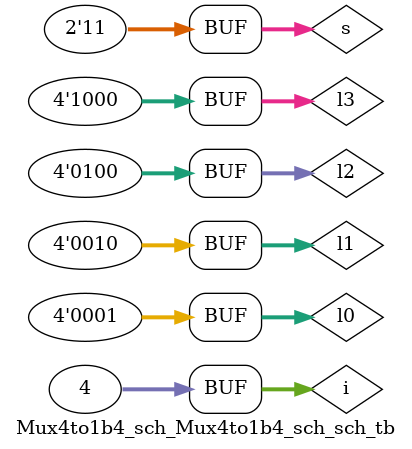
<source format=v>

`timescale 1ns / 1ps

module Mux4to1b4_sch_Mux4to1b4_sch_sch_tb();

// Inputs
   reg [1:0] s;
   reg [3:0] l1;
   reg [3:0] l0;
   reg [3:0] l2;
   reg [3:0] l3;

// Output
   wire [3:0] o;

// Bidirs

// Instantiate the UUT
   Mux4to1b4_sch UUT (
		.s(s), 
		.l1(l1), 
		.l0(l0), 
		.l2(l2), 
		.l3(l3), 
		.o(o)
   );
// Initialize Inputs
integer i;
initial begin
		s = 0;
		l0=0;
		l1=0;
		l2=0;
		l3=0;
		
		l0[0] = 1;
		l1[1] = 1;
		l2[2] = 1;
		l3[3] = 1;
		
		for(i=0; i < 4; i=i+1) begin
			{s[1], s[0]} <= i;
			#50;
		end
		
		
end
endmodule

</source>
